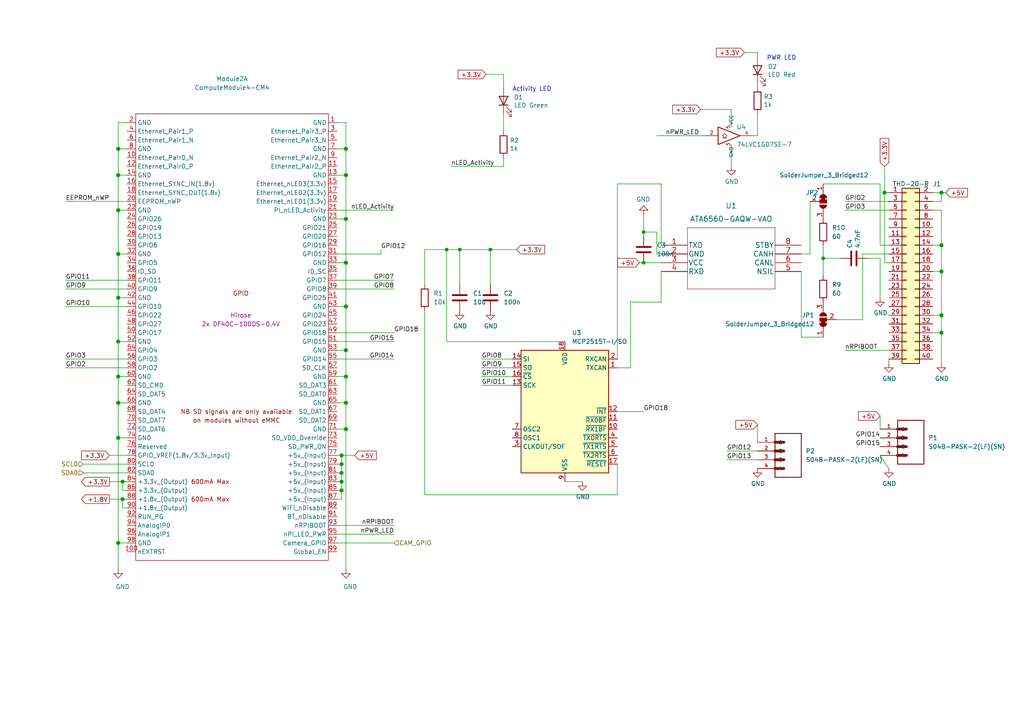
<source format=kicad_sch>
(kicad_sch (version 20211123) (generator eeschema)
  (paper "A4")
  (title_block (title "ColoradoCUBE C&DH") (date "2022-01-27") (rev "v01") (comment 4 "Author: Kate Nechaeva"))
  (lib_symbols
    (symbol "ATA6560-GAQW-VAO:ATA6560-GAQW-VAO" (pin_names (offset 0.254))
      (property "Reference" "U" (at 20.32 10.16 0))
      (property "Value" "ATA6560-GAQW-VAO" (at 20.32 7.62 0))
      (symbol "ATA6560-GAQW-VAO_1_1"
        (polyline (pts (xy 7.62 -12.7) (xy 33.02 -12.7)) (stroke (width 0.127)))
        (polyline (pts (xy 7.62 5.08) (xy 7.62 -12.7)) (stroke (width 0.127)))
        (polyline (pts (xy 33.02 -12.7) (xy 33.02 5.08)) (stroke (width 0.127)))
        (polyline (pts (xy 33.02 5.08) (xy 7.62 5.08)) (stroke (width 0.127)))
        (pin input line (at 0 0 0) (length 7.62) (name "TXD") (number "1"))
        (pin power_in line (at 0 -2.54 0) (length 7.62) (name "GND") (number "2"))
        (pin power_in line (at 0 -5.08 0) (length 7.62) (name "VCC") (number "3"))
        (pin output line (at 0 -7.62 0) (length 7.62) (name "RXD") (number "4"))
        (pin input line (at 40.64 -7.62 180) (length 7.62) (name "NSIL") (number "5"))
        (pin bidirectional line (at 40.64 -5.08 180) (length 7.62) (name "CANL") (number "6"))
        (pin bidirectional line (at 40.64 -2.54 180) (length 7.62) (name "CANH") (number "7"))
        (pin input line (at 40.64 0 180) (length 7.62) (name "STBY") (number "8"))
      )
    )
    (symbol "CM4IO:74LVC1G07_copy"
      (property "Reference" "U" (at -2.54 3.81 0))
      (property "Value" "74LVC1G07_copy" (at 0 -3.81 0))
      (symbol "74LVC1G07_copy_0_1"
        (polyline (pts (xy -2.54 -0.635) (xy -1.27 -0.635)))
        (polyline (pts (xy -3.81 2.54) (xy -3.81 -2.54) (xy 2.54 0) (xy -3.81 2.54)) (stroke (width 0.254)))
        (polyline (pts (xy -1.905 0.635) (xy -2.54 0) (xy -1.905 -0.635) (xy -1.27 0) (xy -1.905 0.635)))
      )
      (symbol "74LVC1G07_copy_1_1"
        (pin input line (at -7.62 0 0) (length 3.81) (name "~") (number "2"))
        (pin power_in line (at 0 -2.54 270) (length 0) (name "GND") (number "3"))
        (pin open_collector line (at 6.35 0 180) (length 3.81) (name "~") (number "4"))
        (pin power_in line (at 0 2.54 90) (length 0) (name "VCC") (number "5"))
      )
    )
    (symbol "CM4IO:ComputeModule4-CM4"
      (property "Reference" "Module" (at 113.03 -68.58 0))
      (property "Value" "ComputeModule4-CM4" (at 140.97 2.54 0))
      (property "Manufacturer" "Hirose" (at 0 0 0))
      (property "MPN" "2x DF40C-100DS-0.4V" (at 0 -2.54 0))
      (property "MPN (Alt)" "2x DF40HC(3.0)-100DS-0.4V" (at 0 0 0))
      (symbol "ComputeModule4-CM4_1_0"
        (text "GPIO" (at 0 6.35 0) (effects (font (size 1.27 1.27))))
      )
      (symbol "ComputeModule4-CM4_1_1"
        (rectangle (start -30.48 -71.12) (end 25.4 58.42))
        (text "600mA Max" (at -8.89 -53.34 0) (effects (font (size 1.27 1.27))))
        (text "600mA Max" (at -8.89 -48.26 0) (effects (font (size 1.27 1.27))))
        (text "NB SD signals are only available" (at -1.27 -27.94 0) (effects (font (size 1.27 1.27))))
        (text "on modules without eMMC" (at -1.27 -30.48 0) (effects (font (size 1.27 1.27))))
        (pin power_in line (at 27.94 55.88 180) (length 2.54) (name "GND") (number "1"))
        (pin passive line (at -33.02 45.72 0) (length 2.54) (name "Ethernet_Pair0_N") (number "10"))
        (pin output line (at -33.02 -68.58 0) (length 2.54) (name "nEXTRST") (number "100"))
        (pin passive line (at 27.94 43.18 180) (length 2.54) (name "Ethernet_Pair2_P") (number "11"))
        (pin passive line (at -33.02 43.18 0) (length 2.54) (name "Ethernet_Pair0_P") (number "12"))
        (pin power_in line (at 27.94 40.64 180) (length 2.54) (name "GND") (number "13"))
        (pin power_in line (at -33.02 40.64 0) (length 2.54) (name "GND") (number "14"))
        (pin output line (at 27.94 38.1 180) (length 2.54) (name "Ethernet_nLED3(3.3v)") (number "15"))
        (pin input line (at -33.02 38.1 0) (length 2.54) (name "Ethernet_SYNC_IN(1.8v)") (number "16"))
        (pin output line (at 27.94 35.56 180) (length 2.54) (name "Ethernet_nLED2(3.3v)") (number "17"))
        (pin input line (at -33.02 35.56 0) (length 2.54) (name "Ethernet_SYNC_OUT(1.8v)") (number "18"))
        (pin output line (at 27.94 33.02 180) (length 2.54) (name "Ethernet_nLED1(3.3v)") (number "19"))
        (pin power_in line (at -33.02 55.88 0) (length 2.54) (name "GND") (number "2"))
        (pin passive line (at -33.02 33.02 0) (length 2.54) (name "EEPROM_nWP") (number "20"))
        (pin open_collector line (at 27.94 30.48 180) (length 2.54) (name "PI_nLED_Activity") (number "21"))
        (pin power_in line (at -33.02 30.48 0) (length 2.54) (name "GND") (number "22"))
        (pin power_in line (at 27.94 27.94 180) (length 2.54) (name "GND") (number "23"))
        (pin passive line (at -33.02 27.94 0) (length 2.54) (name "GPIO26") (number "24"))
        (pin passive line (at 27.94 25.4 180) (length 2.54) (name "GPIO21") (number "25"))
        (pin passive line (at -33.02 25.4 0) (length 2.54) (name "GPIO19") (number "26"))
        (pin passive line (at 27.94 22.86 180) (length 2.54) (name "GPIO20") (number "27"))
        (pin passive line (at -33.02 22.86 0) (length 2.54) (name "GPIO13") (number "28"))
        (pin passive line (at 27.94 20.32 180) (length 2.54) (name "GPIO16") (number "29"))
        (pin passive line (at 27.94 53.34 180) (length 2.54) (name "Ethernet_Pair3_P") (number "3"))
        (pin passive line (at -33.02 20.32 0) (length 2.54) (name "GPIO6") (number "30"))
        (pin passive line (at 27.94 17.78 180) (length 2.54) (name "GPIO12") (number "31"))
        (pin power_in line (at -33.02 17.78 0) (length 2.54) (name "GND") (number "32"))
        (pin power_in line (at 27.94 15.24 180) (length 2.54) (name "GND") (number "33"))
        (pin passive line (at -33.02 15.24 0) (length 2.54) (name "GPIO5") (number "34"))
        (pin passive line (at 27.94 12.7 180) (length 2.54) (name "ID_SC") (number "35"))
        (pin passive line (at -33.02 12.7 0) (length 2.54) (name "ID_SD") (number "36"))
        (pin passive line (at 27.94 10.16 180) (length 2.54) (name "GPIO7") (number "37"))
        (pin passive line (at -33.02 10.16 0) (length 2.54) (name "GPIO11") (number "38"))
        (pin passive line (at 27.94 7.62 180) (length 2.54) (name "GPIO8") (number "39"))
        (pin passive line (at -33.02 53.34 0) (length 2.54) (name "Ethernet_Pair1_P") (number "4"))
        (pin passive line (at -33.02 7.62 0) (length 2.54) (name "GPIO9") (number "40"))
        (pin passive line (at 27.94 5.08 180) (length 2.54) (name "GPIO25") (number "41"))
        (pin power_in line (at -33.02 5.08 0) (length 2.54) (name "GND") (number "42"))
        (pin power_in line (at 27.94 2.54 180) (length 2.54) (name "GND") (number "43"))
        (pin passive line (at -33.02 2.54 0) (length 2.54) (name "GPIO10") (number "44"))
        (pin passive line (at 27.94 0 180) (length 2.54) (name "GPIO24") (number "45"))
        (pin passive line (at -33.02 0 0) (length 2.54) (name "GPIO22") (number "46"))
        (pin passive line (at 27.94 -2.54 180) (length 2.54) (name "GPIO23") (number "47"))
        (pin passive line (at -33.02 -2.54 0) (length 2.54) (name "GPIO27") (number "48"))
        (pin passive line (at 27.94 -5.08 180) (length 2.54) (name "GPIO18") (number "49"))
        (pin passive line (at 27.94 50.8 180) (length 2.54) (name "Ethernet_Pair3_N") (number "5"))
        (pin passive line (at -33.02 -5.08 0) (length 2.54) (name "GPIO17") (number "50"))
        (pin passive line (at 27.94 -7.62 180) (length 2.54) (name "GPIO15") (number "51"))
        (pin power_in line (at -33.02 -7.62 0) (length 2.54) (name "GND") (number "52"))
        (pin power_in line (at 27.94 -10.16 180) (length 2.54) (name "GND") (number "53"))
        (pin passive line (at -33.02 -10.16 0) (length 2.54) (name "GPIO4") (number "54"))
        (pin passive line (at 27.94 -12.7 180) (length 2.54) (name "GPIO14") (number "55"))
        (pin passive line (at -33.02 -12.7 0) (length 2.54) (name "GPIO3") (number "56"))
        (pin passive line (at 27.94 -15.24 180) (length 2.54) (name "SD_CLK") (number "57"))
        (pin passive line (at -33.02 -15.24 0) (length 2.54) (name "GPIO2") (number "58"))
        (pin power_in line (at 27.94 -17.78 180) (length 2.54) (name "GND") (number "59"))
        (pin passive line (at -33.02 50.8 0) (length 2.54) (name "Ethernet_Pair1_N") (number "6"))
        (pin power_in line (at -33.02 -17.78 0) (length 2.54) (name "GND") (number "60"))
        (pin passive line (at 27.94 -20.32 180) (length 2.54) (name "SD_DAT3") (number "61"))
        (pin passive line (at -33.02 -20.32 0) (length 2.54) (name "SD_CMD") (number "62"))
        (pin passive line (at 27.94 -22.86 180) (length 2.54) (name "SD_DAT0") (number "63"))
        (pin passive line (at -33.02 -22.86 0) (length 2.54) (name "SD_DAT5") (number "64"))
        (pin power_in line (at 27.94 -25.4 180) (length 2.54) (name "GND") (number "65"))
        (pin power_in line (at -33.02 -25.4 0) (length 2.54) (name "GND") (number "66"))
        (pin passive line (at 27.94 -27.94 180) (length 2.54) (name "SD_DAT1") (number "67"))
        (pin passive line (at -33.02 -27.94 0) (length 2.54) (name "SD_DAT4") (number "68"))
        (pin passive line (at 27.94 -30.48 180) (length 2.54) (name "SD_DAT2") (number "69"))
        (pin power_in line (at 27.94 48.26 180) (length 2.54) (name "GND") (number "7"))
        (pin passive line (at -33.02 -30.48 0) (length 2.54) (name "SD_DAT7") (number "70"))
        (pin power_in line (at 27.94 -33.02 180) (length 2.54) (name "GND") (number "71"))
        (pin passive line (at -33.02 -33.02 0) (length 2.54) (name "SD_DAT6") (number "72"))
        (pin input line (at 27.94 -35.56 180) (length 2.54) (name "SD_VDD_Override") (number "73"))
        (pin power_in line (at -33.02 -35.56 0) (length 2.54) (name "GND") (number "74"))
        (pin output line (at 27.94 -38.1 180) (length 2.54) (name "SD_PWR_ON") (number "75"))
        (pin passive line (at -33.02 -38.1 0) (length 2.54) (name "Reserved") (number "76"))
        (pin power_in line (at 27.94 -40.64 180) (length 2.54) (name "+5v_(Input)") (number "77"))
        (pin power_in line (at -33.02 -40.64 0) (length 2.54) (name "GPIO_VREF(1.8v/3.3v_Input)") (number "78"))
        (pin power_in line (at 27.94 -43.18 180) (length 2.54) (name "+5v_(Input)") (number "79"))
        (pin power_in line (at -33.02 48.26 0) (length 2.54) (name "GND") (number "8"))
        (pin passive line (at -33.02 -43.18 0) (length 2.54) (name "SCL0") (number "80"))
        (pin power_in line (at 27.94 -45.72 180) (length 2.54) (name "+5v_(Input)") (number "81"))
        (pin passive line (at -33.02 -45.72 0) (length 2.54) (name "SDA0") (number "82"))
        (pin power_in line (at 27.94 -48.26 180) (length 2.54) (name "+5v_(Input)") (number "83"))
        (pin power_out line (at -33.02 -48.26 0) (length 2.54) (name "+3.3v_(Output)") (number "84"))
        (pin power_in line (at 27.94 -50.8 180) (length 2.54) (name "+5v_(Input)") (number "85"))
        (pin power_out line (at -33.02 -50.8 0) (length 2.54) (name "+3.3v_(Output)") (number "86"))
        (pin power_in line (at 27.94 -53.34 180) (length 2.54) (name "+5v_(Input)") (number "87"))
        (pin power_out line (at -33.02 -53.34 0) (length 2.54) (name "+1.8v_(Output)") (number "88"))
        (pin power_in line (at 27.94 -55.88 180) (length 2.54) (name "WiFi_nDisable") (number "89"))
        (pin passive line (at 27.94 45.72 180) (length 2.54) (name "Ethernet_Pair2_N") (number "9"))
        (pin power_out line (at -33.02 -55.88 0) (length 2.54) (name "+1.8v_(Output)") (number "90"))
        (pin power_in line (at 27.94 -58.42 180) (length 2.54) (name "BT_nDisable") (number "91"))
        (pin passive line (at -33.02 -58.42 0) (length 2.54) (name "RUN_PG") (number "92"))
        (pin input line (at 27.94 -60.96 180) (length 2.54) (name "nRPIBOOT") (number "93"))
        (pin passive line (at -33.02 -60.96 0) (length 2.54) (name "AnalogIP0") (number "94"))
        (pin output line (at 27.94 -63.5 180) (length 2.54) (name "nPI_LED_PWR") (number "95"))
        (pin passive line (at -33.02 -63.5 0) (length 2.54) (name "AnalogIP1") (number "96"))
        (pin passive line (at 27.94 -66.04 180) (length 2.54) (name "Camera_GPIO") (number "97"))
        (pin power_in line (at -33.02 -66.04 0) (length 2.54) (name "GND") (number "98"))
        (pin input line (at 27.94 -68.58 180) (length 2.54) (name "Global_EN") (number "99"))
      )
      (symbol "ComputeModule4-CM4_2_1"
        (rectangle (start 114.3 -66.04) (end 165.1 63.5))
        (text "High Speed Serial" (at 140.97 0 0) (effects (font (size 1.27 1.27))))
        (pin input line (at 170.18 60.96 180) (length 5.08) (name "USB_OTG_ID") (number "101"))
        (pin input line (at 109.22 60.96 0) (length 5.08) (name "PCIe_CLK_nREQ") (number "102"))
        (pin passive line (at 170.18 58.42 180) (length 5.08) (name "USB2_N") (number "103"))
        (pin passive line (at 109.22 58.42 0) (length 5.08) (name "Reserved") (number "104"))
        (pin passive line (at 170.18 55.88 180) (length 5.08) (name "USB2_P") (number "105"))
        (pin passive line (at 109.22 55.88 0) (length 5.08) (name "Reserved") (number "106"))
        (pin power_in line (at 170.18 53.34 180) (length 5.08) (name "GND") (number "107"))
        (pin power_in line (at 109.22 53.34 0) (length 5.08) (name "GND") (number "108"))
        (pin bidirectional line (at 170.18 50.8 180) (length 5.08) (name "PCIe_nRST") (number "109"))
        (pin output line (at 109.22 50.8 0) (length 5.08) (name "PCIe_CLK_P") (number "110"))
        (pin passive line (at 170.18 48.26 180) (length 5.08) (name "VDAC_COMP") (number "111"))
        (pin output line (at 109.22 48.26 0) (length 5.08) (name "PCIe_CLK_N") (number "112"))
        (pin power_in line (at 170.18 45.72 180) (length 5.08) (name "GND") (number "113"))
        (pin power_in line (at 109.22 45.72 0) (length 5.08) (name "GND") (number "114"))
        (pin input line (at 170.18 43.18 180) (length 5.08) (name "CAM1_D0_N") (number "115"))
        (pin input line (at 109.22 43.18 0) (length 5.08) (name "PCIe_RX_P") (number "116"))
        (pin input line (at 170.18 40.64 180) (length 5.08) (name "CAM1_D0_P") (number "117"))
        (pin input line (at 109.22 40.64 0) (length 5.08) (name "PCIe_RX_N") (number "118"))
        (pin power_in line (at 170.18 38.1 180) (length 5.08) (name "GND") (number "119"))
        (pin power_in line (at 109.22 38.1 0) (length 5.08) (name "GND") (number "120"))
        (pin input line (at 170.18 35.56 180) (length 5.08) (name "CAM1_D1_N") (number "121"))
        (pin output line (at 109.22 35.56 0) (length 5.08) (name "PCIe_TX_P") (number "122"))
        (pin input line (at 170.18 33.02 180) (length 5.08) (name "CAM1_D1_P") (number "123"))
        (pin output line (at 109.22 33.02 0) (length 5.08) (name "PCIe_TX_N") (number "124"))
        (pin power_in line (at 170.18 30.48 180) (length 5.08) (name "GND") (number "125"))
        (pin power_in line (at 109.22 30.48 0) (length 5.08) (name "GND") (number "126"))
        (pin input line (at 170.18 27.94 180) (length 5.08) (name "CAM1_C_N") (number "127"))
        (pin input line (at 109.22 27.94 0) (length 5.08) (name "CAM0_D0_N") (number "128"))
        (pin input line (at 170.18 25.4 180) (length 5.08) (name "CAM1_C_P") (number "129"))
        (pin input line (at 109.22 25.4 0) (length 5.08) (name "CAM0_D0_P") (number "130"))
        (pin power_in line (at 170.18 22.86 180) (length 5.08) (name "GND") (number "131"))
        (pin power_in line (at 109.22 22.86 0) (length 5.08) (name "GND") (number "132"))
        (pin input line (at 170.18 20.32 180) (length 5.08) (name "CAM1_D2_N") (number "133"))
        (pin input line (at 109.22 20.32 0) (length 5.08) (name "CAM0_D1_N") (number "134"))
        (pin input line (at 170.18 17.78 180) (length 5.08) (name "CAM1_D2_P") (number "135"))
        (pin input line (at 109.22 17.78 0) (length 5.08) (name "CAM0_D1_P") (number "136"))
        (pin power_in line (at 170.18 15.24 180) (length 5.08) (name "GND") (number "137"))
        (pin power_in line (at 109.22 15.24 0) (length 5.08) (name "GND") (number "138"))
        (pin input line (at 170.18 12.7 180) (length 5.08) (name "CAM1_D3_N") (number "139"))
        (pin input line (at 109.22 12.7 0) (length 5.08) (name "CAM0_C_N") (number "140"))
        (pin input line (at 170.18 10.16 180) (length 5.08) (name "CAM1_D3_P") (number "141"))
        (pin input line (at 109.22 10.16 0) (length 5.08) (name "CAM0_C_P") (number "142"))
        (pin input line (at 170.18 7.62 180) (length 5.08) (name "HDMI1_HOTPLUG") (number "143"))
        (pin power_in line (at 109.22 7.62 0) (length 5.08) (name "GND") (number "144"))
        (pin bidirectional line (at 170.18 5.08 180) (length 5.08) (name "HDMI1_SDA") (number "145"))
        (pin output line (at 109.22 5.08 0) (length 5.08) (name "HDMI1_TX2_P") (number "146"))
        (pin open_collector line (at 170.18 2.54 180) (length 5.08) (name "HDMI1_SCL") (number "147"))
        (pin output line (at 109.22 2.54 0) (length 5.08) (name "HDMI1_TX2_N") (number "148"))
        (pin open_collector line (at 170.18 0 180) (length 5.08) (name "HDMI1_CEC") (number "149"))
        (pin power_in line (at 109.22 0 0) (length 5.08) (name "GND") (number "150"))
        (pin open_collector line (at 170.18 -2.54 180) (length 5.08) (name "HDMI0_CEC") (number "151"))
        (pin output line (at 109.22 -2.54 0) (length 5.08) (name "HDMI1_TX1_P") (number "152"))
        (pin input line (at 170.18 -5.08 180) (length 5.08) (name "HDMI0_HOTPLUG") (number "153"))
        (pin output line (at 109.22 -5.08 0) (length 5.08) (name "HDMI1_TX1_N") (number "154"))
        (pin power_in line (at 170.18 -7.62 180) (length 5.08) (name "GND") (number "155"))
        (pin power_in line (at 109.22 -7.62 0) (length 5.08) (name "GND") (number "156"))
        (pin output line (at 170.18 -10.16 180) (length 5.08) (name "DSI0_D0_N") (number "157"))
        (pin output line (at 109.22 -10.16 0) (length 5.08) (name "HDMI1_TX0_P") (number "158"))
        (pin output line (at 170.18 -12.7 180) (length 5.08) (name "DSI0_D0_P") (number "159"))
        (pin output line (at 109.22 -12.7 0) (length 5.08) (name "HDMI1_TX0_N") (number "160"))
        (pin power_in line (at 170.18 -15.24 180) (length 5.08) (name "GND") (number "161"))
        (pin power_in line (at 109.22 -15.24 0) (length 5.08) (name "GND") (number "162"))
        (pin output line (at 170.18 -17.78 180) (length 5.08) (name "DSI0_D1_N") (number "163"))
        (pin output line (at 109.22 -17.78 0) (length 5.08) (name "HDMI1_CLK_P") (number "164"))
        (pin output line (at 170.18 -20.32 180) (length 5.08) (name "DSI0_D1_P") (number "165"))
        (pin output line (at 109.22 -20.32 0) (length 5.08) (name "HDMI1_CLK_N") (number "166"))
        (pin power_in line (at 170.18 -22.86 180) (length 5.08) (name "GND") (number "167"))
        (pin power_in line (at 109.22 -22.86 0) (length 5.08) (name "GND") (number "168"))
        (pin output line (at 170.18 -25.4 180) (length 5.08) (name "DSI0_C_N") (number "169"))
        (pin output line (at 109.22 -25.4 0) (length 5.08) (name "HDMI0_TX2_P") (number "170"))
        (pin output line (at 170.18 -27.94 180) (length 5.08) (name "DSI0_C_P") (number "171"))
        (pin output line (at 109.22 -27.94 0) (length 5.08) (name "HDMI0_TX2_N") (number "172"))
        (pin power_in line (at 170.18 -30.48 180) (length 5.08) (name "GND") (number "173"))
        (pin power_in line (at 109.22 -30.48 0) (length 5.08) (name "GND") (number "174"))
        (pin output line (at 170.18 -33.02 180) (length 5.08) (name "DSI1_D0_N") (number "175"))
        (pin output line (at 109.22 -33.02 0) (length 5.08) (name "HDMI0_TX1_P") (number "176"))
        (pin output line (at 170.18 -35.56 180) (length 5.08) (name "DSI1_D0_P") (number "177"))
        (pin output line (at 109.22 -35.56 0) (length 5.08) (name "HDMI0_TX1_N") (number "178"))
        (pin power_in line (at 170.18 -38.1 180) (length 5.08) (name "GND") (number "179"))
        (pin power_in line (at 109.22 -38.1 0) (length 5.08) (name "GND") (number "180"))
        (pin output line (at 170.18 -40.64 180) (length 5.08) (name "DSI1_D1_N") (number "181"))
        (pin output line (at 109.22 -40.64 0) (length 5.08) (name "HDMI0_TX0_P") (number "182"))
        (pin output line (at 170.18 -43.18 180) (length 5.08) (name "DSI1_D1_P") (number "183"))
        (pin output line (at 109.22 -43.18 0) (length 5.08) (name "HDMI0_TX0_N") (number "184"))
        (pin power_in line (at 170.18 -45.72 180) (length 5.08) (name "GND") (number "185"))
        (pin power_in line (at 109.22 -45.72 0) (length 5.08) (name "GND") (number "186"))
        (pin output line (at 170.18 -48.26 180) (length 5.08) (name "DSI1_C_N") (number "187"))
        (pin output line (at 109.22 -48.26 0) (length 5.08) (name "HDMI0_CLK_P") (number "188"))
        (pin output line (at 170.18 -50.8 180) (length 5.08) (name "DSI1_C_P") (number "189"))
        (pin output line (at 109.22 -50.8 0) (length 5.08) (name "HDMI0_CLK_N") (number "190"))
        (pin power_in line (at 170.18 -53.34 180) (length 5.08) (name "GND") (number "191"))
        (pin power_in line (at 109.22 -53.34 0) (length 5.08) (name "GND") (number "192"))
        (pin output line (at 170.18 -55.88 180) (length 5.08) (name "DSI1_D2_N") (number "193"))
        (pin output line (at 109.22 -55.88 0) (length 5.08) (name "DSI1_D3_N") (number "194"))
        (pin output line (at 170.18 -58.42 180) (length 5.08) (name "DSI1_D2_P") (number "195"))
        (pin output line (at 109.22 -58.42 0) (length 5.08) (name "DSI1_D3_P") (number "196"))
        (pin power_in line (at 170.18 -60.96 180) (length 5.08) (name "GND") (number "197"))
        (pin power_in line (at 109.22 -60.96 0) (length 5.08) (name "GND") (number "198"))
        (pin bidirectional line (at 170.18 -63.5 180) (length 5.08) (name "HDMI0_SDA") (number "199"))
        (pin open_collector line (at 109.22 -63.5 0) (length 5.08) (name "HDMI0_SCL") (number "200"))
      )
    )
    (symbol "Connector_Generic:Conn_02x20_Odd_Even" (pin_names hide)
      (property "Reference" "J" (at 1.27 25.4 0))
      (property "Value" "Conn_02x20_Odd_Even" (at 1.27 -27.94 0))
      (symbol "Conn_02x20_Odd_Even_1_1"
        (rectangle (start -1.27 -25.273) (end 0 -25.527))
        (rectangle (start -1.27 -22.733) (end 0 -22.987))
        (rectangle (start -1.27 -20.193) (end 0 -20.447))
        (rectangle (start -1.27 -17.653) (end 0 -17.907))
        (rectangle (start -1.27 -15.113) (end 0 -15.367))
        (rectangle (start -1.27 -12.573) (end 0 -12.827))
        (rectangle (start -1.27 -10.033) (end 0 -10.287))
        (rectangle (start -1.27 -7.493) (end 0 -7.747))
        (rectangle (start -1.27 -4.953) (end 0 -5.207))
        (rectangle (start -1.27 -2.413) (end 0 -2.667))
        (rectangle (start -1.27 0.127) (end 0 -0.127))
        (rectangle (start -1.27 2.667) (end 0 2.413))
        (rectangle (start -1.27 5.207) (end 0 4.953))
        (rectangle (start -1.27 7.747) (end 0 7.493))
        (rectangle (start -1.27 10.287) (end 0 10.033))
        (rectangle (start -1.27 12.827) (end 0 12.573))
        (rectangle (start -1.27 15.367) (end 0 15.113))
        (rectangle (start -1.27 17.907) (end 0 17.653))
        (rectangle (start -1.27 20.447) (end 0 20.193))
        (rectangle (start -1.27 22.987) (end 0 22.733))
        (rectangle (start -1.27 24.13) (end 3.81 -26.67) (stroke (width 0.254)) (fill (type background)))
        (rectangle (start 3.81 -25.273) (end 2.54 -25.527))
        (rectangle (start 3.81 -22.733) (end 2.54 -22.987))
        (rectangle (start 3.81 -20.193) (end 2.54 -20.447))
        (rectangle (start 3.81 -17.653) (end 2.54 -17.907))
        (rectangle (start 3.81 -15.113) (end 2.54 -15.367))
        (rectangle (start 3.81 -12.573) (end 2.54 -12.827))
        (rectangle (start 3.81 -10.033) (end 2.54 -10.287))
        (rectangle (start 3.81 -7.493) (end 2.54 -7.747))
        (rectangle (start 3.81 -4.953) (end 2.54 -5.207))
        (rectangle (start 3.81 -2.413) (end 2.54 -2.667))
        (rectangle (start 3.81 0.127) (end 2.54 -0.127))
        (rectangle (start 3.81 2.667) (end 2.54 2.413))
        (rectangle (start 3.81 5.207) (end 2.54 4.953))
        (rectangle (start 3.81 7.747) (end 2.54 7.493))
        (rectangle (start 3.81 10.287) (end 2.54 10.033))
        (rectangle (start 3.81 12.827) (end 2.54 12.573))
        (rectangle (start 3.81 15.367) (end 2.54 15.113))
        (rectangle (start 3.81 17.907) (end 2.54 17.653))
        (rectangle (start 3.81 20.447) (end 2.54 20.193))
        (rectangle (start 3.81 22.987) (end 2.54 22.733))
        (pin passive line (at -5.08 22.86 0) (length 3.81) (name "Pin_1") (number "1"))
        (pin passive line (at 7.62 12.7 180) (length 3.81) (name "Pin_10") (number "10"))
        (pin passive line (at -5.08 10.16 0) (length 3.81) (name "Pin_11") (number "11"))
        (pin passive line (at 7.62 10.16 180) (length 3.81) (name "Pin_12") (number "12"))
        (pin passive line (at -5.08 7.62 0) (length 3.81) (name "Pin_13") (number "13"))
        (pin passive line (at 7.62 7.62 180) (length 3.81) (name "Pin_14") (number "14"))
        (pin passive line (at -5.08 5.08 0) (length 3.81) (name "Pin_15") (number "15"))
        (pin passive line (at 7.62 5.08 180) (length 3.81) (name "Pin_16") (number "16"))
        (pin passive line (at -5.08 2.54 0) (length 3.81) (name "Pin_17") (number "17"))
        (pin passive line (at 7.62 2.54 180) (length 3.81) (name "Pin_18") (number "18"))
        (pin passive line (at -5.08 0 0) (length 3.81) (name "Pin_19") (number "19"))
        (pin passive line (at 7.62 22.86 180) (length 3.81) (name "Pin_2") (number "2"))
        (pin passive line (at 7.62 0 180) (length 3.81) (name "Pin_20") (number "20"))
        (pin passive line (at -5.08 -2.54 0) (length 3.81) (name "Pin_21") (number "21"))
        (pin passive line (at 7.62 -2.54 180) (length 3.81) (name "Pin_22") (number "22"))
        (pin passive line (at -5.08 -5.08 0) (length 3.81) (name "Pin_23") (number "23"))
        (pin passive line (at 7.62 -5.08 180) (length 3.81) (name "Pin_24") (number "24"))
        (pin passive line (at -5.08 -7.62 0) (length 3.81) (name "Pin_25") (number "25"))
        (pin passive line (at 7.62 -7.62 180) (length 3.81) (name "Pin_26") (number "26"))
        (pin passive line (at -5.08 -10.16 0) (length 3.81) (name "Pin_27") (number "27"))
        (pin passive line (at 7.62 -10.16 180) (length 3.81) (name "Pin_28") (number "28"))
        (pin passive line (at -5.08 -12.7 0) (length 3.81) (name "Pin_29") (number "29"))
        (pin passive line (at -5.08 20.32 0) (length 3.81) (name "Pin_3") (number "3"))
        (pin passive line (at 7.62 -12.7 180) (length 3.81) (name "Pin_30") (number "30"))
        (pin passive line (at -5.08 -15.24 0) (length 3.81) (name "Pin_31") (number "31"))
        (pin passive line (at 7.62 -15.24 180) (length 3.81) (name "Pin_32") (number "32"))
        (pin passive line (at -5.08 -17.78 0) (length 3.81) (name "Pin_33") (number "33"))
        (pin passive line (at 7.62 -17.78 180) (length 3.81) (name "Pin_34") (number "34"))
        (pin passive line (at -5.08 -20.32 0) (length 3.81) (name "Pin_35") (number "35"))
        (pin passive line (at 7.62 -20.32 180) (length 3.81) (name "Pin_36") (number "36"))
        (pin passive line (at -5.08 -22.86 0) (length 3.81) (name "Pin_37") (number "37"))
        (pin passive line (at 7.62 -22.86 180) (length 3.81) (name "Pin_38") (number "38"))
        (pin passive line (at -5.08 -25.4 0) (length 3.81) (name "Pin_39") (number "39"))
        (pin passive line (at 7.62 20.32 180) (length 3.81) (name "Pin_4") (number "4"))
        (pin passive line (at 7.62 -25.4 180) (length 3.81) (name "Pin_40") (number "40"))
        (pin passive line (at -5.08 17.78 0) (length 3.81) (name "Pin_5") (number "5"))
        (pin passive line (at 7.62 17.78 180) (length 3.81) (name "Pin_6") (number "6"))
        (pin passive line (at -5.08 15.24 0) (length 3.81) (name "Pin_7") (number "7"))
        (pin passive line (at 7.62 15.24 180) (length 3.81) (name "Pin_8") (number "8"))
        (pin passive line (at -5.08 12.7 0) (length 3.81) (name "Pin_9") (number "9"))
      )
    )
    (symbol "Device:C" (pin_numbers hide) (pin_names (offset 0.254))
      (property "Reference" "C" (at 0.635 2.54 0))
      (property "Value" "C" (at 0.635 -2.54 0))
      (symbol "C_0_1"
        (polyline (pts (xy -2.032 -0.762) (xy 2.032 -0.762)) (stroke (width 0.508)))
        (polyline (pts (xy -2.032 0.762) (xy 2.032 0.762)) (stroke (width 0.508)))
      )
      (symbol "C_1_1"
        (pin passive line (at 0 3.81 270) (length 2.794) (name "~") (number "1"))
        (pin passive line (at 0 -3.81 90) (length 2.794) (name "~") (number "2"))
      )
    )
    (symbol "Device:LED" (pin_numbers hide) (pin_names (offset 1.016) hide)
      (property "Reference" "D" (at 0 2.54 0))
      (property "Value" "LED" (at 0 -2.54 0))
      (symbol "LED_0_1"
        (polyline (pts (xy -1.27 -1.27) (xy -1.27 1.27)) (stroke (width 0.254)))
        (polyline (pts (xy -1.27 0) (xy 1.27 0)))
        (polyline (pts (xy 1.27 -1.27) (xy 1.27 1.27) (xy -1.27 0) (xy 1.27 -1.27)) (stroke (width 0.254)))
        (polyline (pts (xy -3.048 -0.762) (xy -4.572 -2.286) (xy -3.81 -2.286) (xy -4.572 -2.286) (xy -4.572 -1.524)))
        (polyline (pts (xy -1.778 -0.762) (xy -3.302 -2.286) (xy -2.54 -2.286) (xy -3.302 -2.286) (xy -3.302 -1.524)))
      )
      (symbol "LED_1_1"
        (pin passive line (at -3.81 0 0) (length 2.54) (name "K") (number "1"))
        (pin passive line (at 3.81 0 180) (length 2.54) (name "A") (number "2"))
      )
    )
    (symbol "Device:R" (pin_numbers hide) (pin_names (offset 0))
      (property "Reference" "R" (at 2.032 0 90))
      (property "Value" "R" (at 0 0 90))
      (symbol "R_0_1"
        (rectangle (start -1.016 -2.54) (end 1.016 2.54) (stroke (width 0.254)))
      )
      (symbol "R_1_1"
        (pin passive line (at 0 3.81 270) (length 1.27) (name "~") (number "1"))
        (pin passive line (at 0 -3.81 90) (length 1.27) (name "~") (number "2"))
      )
    )
    (symbol "Interface_CAN_LIN:MCP2515-xSO"
      (property "Reference" "U" (at -10.16 19.685 0))
      (property "Value" "MCP2515-xSO" (at 19.05 20.32 0))
      (symbol "MCP2515-xSO_0_1"
        (rectangle (start -12.7 17.78) (end 12.7 -17.78) (stroke (width 0.254)) (fill (type background)))
      )
      (symbol "MCP2515-xSO_1_1"
        (pin output line (at 15.24 12.7 180) (length 2.54) (name "TXCAN") (number "1"))
        (pin output line (at 15.24 -5.08 180) (length 2.54) (name "~{RX1BF}") (number "10"))
        (pin output line (at 15.24 -2.54 180) (length 2.54) (name "~{RX0BF}") (number "11"))
        (pin output line (at 15.24 0 180) (length 2.54) (name "~{INT}") (number "12"))
        (pin input line (at -15.24 7.62 0) (length 2.54) (name "SCK") (number "13"))
        (pin input line (at -15.24 15.24 0) (length 2.54) (name "SI") (number "14"))
        (pin output line (at -15.24 12.7 0) (length 2.54) (name "SO") (number "15"))
        (pin input line (at -15.24 10.16 0) (length 2.54) (name "~{CS}") (number "16"))
        (pin input line (at 15.24 -15.24 180) (length 2.54) (name "~{RESET}") (number "17"))
        (pin power_in line (at 0 20.32 270) (length 2.54) (name "VDD") (number "18"))
        (pin input line (at 15.24 15.24 180) (length 2.54) (name "RXCAN") (number "2"))
        (pin output line (at -15.24 -10.16 0) (length 2.54) (name "CLKOUT/SOF") (number "3"))
        (pin input line (at 15.24 -7.62 180) (length 2.54) (name "~{TX0RTS}") (number "4"))
        (pin input line (at 15.24 -10.16 180) (length 2.54) (name "~{TX1RTS}") (number "5"))
        (pin input line (at 15.24 -12.7 180) (length 2.54) (name "~{TX2RTS}") (number "6"))
        (pin output line (at -15.24 -5.08 0) (length 2.54) (name "OSC2") (number "7"))
        (pin input line (at -15.24 -7.62 0) (length 2.54) (name "OSC1") (number "8"))
        (pin power_in line (at 0 -20.32 90) (length 2.54) (name "VSS") (number "9"))
      )
    )
    (symbol "Jumper:SolderJumper_3_Bridged12" (pin_names (offset 0) hide)
      (property "Reference" "JP" (at -2.54 -2.54 0))
      (property "Value" "SolderJumper_3_Bridged12" (at 0 2.794 0))
      (symbol "SolderJumper_3_Bridged12_0_1"
        (rectangle (start -1.016 0.508) (end -0.508 -0.508) (fill (type outline)))
        (arc (start -1.016 1.016) (mid -2.032 0) (end -1.016 -1.016))
        (arc (start -1.016 1.016) (mid -2.032 0) (end -1.016 -1.016) (fill (type outline)))
        (rectangle (start -0.508 1.016) (end 0.508 -1.016) (fill (type outline)))
        (polyline (pts (xy -2.54 0) (xy -2.032 0)))
        (polyline (pts (xy -1.016 1.016) (xy -1.016 -1.016)))
        (polyline (pts (xy 0 -1.27) (xy 0 -1.016)))
        (polyline (pts (xy 1.016 1.016) (xy 1.016 -1.016)))
        (polyline (pts (xy 2.54 0) (xy 2.032 0)))
        (arc (start 1.016 -1.016) (mid 2.032 0) (end 1.016 1.016))
        (arc (start 1.016 -1.016) (mid 2.032 0) (end 1.016 1.016) (fill (type outline)))
      )
      (symbol "SolderJumper_3_Bridged12_1_1"
        (pin passive line (at -5.08 0 0) (length 2.54) (name "A") (number "1"))
        (pin input line (at 0 -3.81 90) (length 2.54) (name "C") (number "2"))
        (pin passive line (at 5.08 0 180) (length 2.54) (name "B") (number "3"))
      )
    )
    (symbol "S04B-PASK-2_LF__SN_:S04B-PASK-2(LF)(SN)" (pin_names (offset 1.016))
      (property "Reference" "P" (at 0 6.35 0))
      (property "Value" "S04B-PASK-2(LF)(SN)" (at 0 -7.62 0))
      (symbol "S04B-PASK-2(LF)(SN)_0_0"
        (polyline (pts (xy 0 -6.35) (xy 7.62 -6.35)) (stroke (width 0.254)))
        (polyline (pts (xy 0 -3.81) (xy 2.54 -3.81)) (stroke (width 0.8128)))
        (polyline (pts (xy 0 -1.27) (xy 2.54 -1.27)) (stroke (width 0.8128)))
        (polyline (pts (xy 0 1.27) (xy 2.54 1.27)) (stroke (width 0.8128)))
        (polyline (pts (xy 0 3.81) (xy 2.54 3.81)) (stroke (width 0.8128)))
        (polyline (pts (xy 0 6.35) (xy 0 -6.35)) (stroke (width 0.254)))
        (polyline (pts (xy 7.62 -6.35) (xy 7.62 6.35)) (stroke (width 0.254)))
        (polyline (pts (xy 7.62 6.35) (xy 0 6.35)) (stroke (width 0.254)))
        (pin passive line (at -5.08 3.81 0) (length 5.08) (name "1") (number "1"))
        (pin passive line (at -5.08 1.27 0) (length 5.08) (name "2") (number "2"))
        (pin passive line (at -5.08 -1.27 0) (length 5.08) (name "3") (number "3"))
        (pin passive line (at -5.08 -3.81 0) (length 5.08) (name "4") (number "4"))
      )
    )
    (symbol "power:GND" (power) (pin_names (offset 0))
      (property "Value" "GND" (at 0 -3.81 0))
      (symbol "GND_0_1"
        (polyline (pts (xy 0 0) (xy 0 -1.27) (xy 1.27 -1.27) (xy 0 -2.54) (xy -1.27 -1.27) (xy 0 -1.27)))
      )
      (symbol "GND_1_1"
        (pin power_in line (at 0 0 270) (length 0) hide (name "GND") (number "1"))
      )
    )
  )
  (junction (at 100.33 50.8) (diameter 1.016))
  (junction (at 100.33 63.5) (diameter 1.016))
  (junction (at 256.54 55.88) (diameter 1.016))
  (junction (at 186.69 67.31))
  (junction (at 100.33 88.9) (diameter 1.016))
  (junction (at 34.29 116.84) (diameter 1.016))
  (junction (at 273.05 55.88) (diameter 1.016))
  (junction (at 34.29 86.36) (diameter 1.016))
  (junction (at 34.29 43.18) (diameter 1.016))
  (junction (at 34.29 50.8) (diameter 1.016))
  (junction (at 129.54 72.39))
  (junction (at 273.05 71.12) (diameter 1.016))
  (junction (at 34.29 60.96) (diameter 1.016))
  (junction (at 34.29 99.06) (diameter 1.016))
  (junction (at 34.29 157.48) (diameter 1.016))
  (junction (at 100.33 76.2) (diameter 1.016))
  (junction (at 186.69 76.2))
  (junction (at 99.06 142.24) (diameter 1.016))
  (junction (at 273.05 96.52) (diameter 1.016))
  (junction (at 35.56 144.78) (diameter 1.016))
  (junction (at 142.24 72.39))
  (junction (at 34.29 109.22) (diameter 1.016))
  (junction (at 100.33 124.46) (diameter 1.016))
  (junction (at 99.06 132.08) (diameter 1.016))
  (junction (at 273.05 91.44) (diameter 1.016))
  (junction (at 238.76 74.93))
  (junction (at 273.05 78.74) (diameter 1.016))
  (junction (at 100.33 43.18) (diameter 1.016))
  (junction (at 34.29 73.66) (diameter 1.016))
  (junction (at 100.33 116.84) (diameter 1.016))
  (junction (at 35.56 139.7) (diameter 1.016))
  (junction (at 133.35 72.39))
  (junction (at 34.29 127) (diameter 1.016))
  (junction (at 99.06 134.62) (diameter 1.016))
  (junction (at 99.06 137.16) (diameter 1.016))
  (junction (at 100.33 101.6) (diameter 1.016))
  (junction (at 99.06 139.7) (diameter 1.016))
  (junction (at 100.33 109.22) (diameter 1.016))
  (wire (pts (xy 34.29 35.56) (xy 34.29 43.18)))
  (wire (pts (xy 212.09 36.83) (xy 212.09 31.75)))
  (wire (pts (xy 123.19 90.17) (xy 123.19 143.51)))
  (wire (pts (xy 270.51 91.44) (xy 273.05 91.44)))
  (wire (pts (xy 34.29 99.06) (xy 36.83 99.06)))
  (wire (pts (xy 97.79 96.52) (xy 114.3 96.52)))
  (wire (pts (xy 219.71 39.37) (xy 218.44 39.37)))
  (wire (pts (xy 97.79 101.6) (xy 100.33 101.6)))
  (wire (pts (xy 100.33 124.46) (xy 100.33 165.1)))
  (wire (pts (xy 257.81 135.89) (xy 255.27 132.08)))
  (wire (pts (xy 133.35 72.39) (xy 133.35 82.55)))
  (wire (pts (xy 34.29 99.06) (xy 34.29 109.22)))
  (wire (pts (xy 191.77 73.66) (xy 190.5 73.66)))
  (wire (pts (xy 97.79 83.82) (xy 114.3 83.82)))
  (wire (pts (xy 97.79 81.28) (xy 114.3 81.28)))
  (wire (pts (xy 232.41 97.79) (xy 238.76 97.79)))
  (wire (pts (xy 219.71 33.02) (xy 219.71 39.37)))
  (wire (pts (xy 232.41 78.74) (xy 232.41 97.79)))
  (wire (pts (xy 245.11 60.96) (xy 257.81 60.96)))
  (wire (pts (xy 142.24 72.39) (xy 133.35 72.39)))
  (wire (pts (xy 182.88 87.63) (xy 191.77 87.63)))
  (wire (pts (xy 219.71 15.24) (xy 215.9 15.24)))
  (wire (pts (xy 219.71 123.19) (xy 219.71 128.27)))
  (wire (pts (xy 97.79 152.4) (xy 114.3 152.4)))
  (wire (pts (xy 273.05 96.52) (xy 273.05 91.44)))
  (wire (pts (xy 270.51 58.42) (xy 273.05 58.42)))
  (wire (pts (xy 97.79 76.2) (xy 100.33 76.2)))
  (wire (pts (xy 256.54 48.26) (xy 256.54 55.88)))
  (wire (pts (xy 182.88 87.63) (xy 182.88 106.68)))
  (wire (pts (xy 97.79 104.14) (xy 114.3 104.14)))
  (wire (pts (xy 110.49 72.39) (xy 110.49 73.66)))
  (wire (pts (xy 123.19 143.51) (xy 179.07 143.51)))
  (wire (pts (xy 255.27 71.12) (xy 257.81 71.12)))
  (wire (pts (xy 163.83 99.06) (xy 129.54 99.06)))
  (wire (pts (xy 273.05 78.74) (xy 270.51 78.74)))
  (wire (pts (xy 142.24 72.39) (xy 142.24 82.55)))
  (wire (pts (xy 163.83 139.7) (xy 168.91 139.7)))
  (wire (pts (xy 19.05 104.14) (xy 36.83 104.14)))
  (wire (pts (xy 99.06 142.24) (xy 99.06 139.7)))
  (wire (pts (xy 34.29 116.84) (xy 36.83 116.84)))
  (wire (pts (xy 273.05 71.12) (xy 273.05 78.74)))
  (wire (pts (xy 182.88 106.68) (xy 179.07 106.68)))
  (wire (pts (xy 219.71 16.51) (xy 219.71 15.24)))
  (wire (pts (xy 97.79 137.16) (xy 99.06 137.16)))
  (wire (pts (xy 146.05 33.02) (xy 146.05 38.1)))
  (wire (pts (xy 34.29 60.96) (xy 36.83 60.96)))
  (wire (pts (xy 123.19 72.39) (xy 123.19 82.55)))
  (wire (pts (xy 100.33 50.8) (xy 100.33 63.5)))
  (wire (pts (xy 270.51 96.52) (xy 273.05 96.52)))
  (wire (pts (xy 34.29 73.66) (xy 34.29 86.36)))
  (wire (pts (xy 270.51 55.88) (xy 273.05 55.88)))
  (wire (pts (xy 149.86 72.39) (xy 142.24 72.39)))
  (wire (pts (xy 191.77 53.34) (xy 179.07 53.34)))
  (wire (pts (xy 97.79 157.48) (xy 114.3 157.48)))
  (wire (pts (xy 186.69 67.31) (xy 186.69 68.58)))
  (wire (pts (xy 97.79 132.08) (xy 99.06 132.08)))
  (wire (pts (xy 139.7 111.76) (xy 148.59 111.76)))
  (wire (pts (xy 190.5 73.66) (xy 190.5 67.31)))
  (wire (pts (xy 273.05 91.44) (xy 273.05 78.74)))
  (wire (pts (xy 34.29 50.8) (xy 34.29 60.96)))
  (wire (pts (xy 100.33 43.18) (xy 100.33 50.8)))
  (wire (pts (xy 255.27 53.34) (xy 255.27 71.12)))
  (wire (pts (xy 212.09 31.75) (xy 203.2 31.75)))
  (wire (pts (xy 100.33 88.9) (xy 100.33 101.6)))
  (wire (pts (xy 179.07 143.51) (xy 179.07 134.62)))
  (wire (pts (xy 97.79 73.66) (xy 110.49 73.66)))
  (wire (pts (xy 99.06 132.08) (xy 102.87 132.08)))
  (wire (pts (xy 273.05 96.52) (xy 273.05 105.41)))
  (wire (pts (xy 35.56 144.78) (xy 36.83 144.78)))
  (wire (pts (xy 191.77 53.34) (xy 191.77 71.12)))
  (wire (pts (xy 97.79 142.24) (xy 99.06 142.24)))
  (wire (pts (xy 133.35 72.39) (xy 129.54 72.39)))
  (wire (pts (xy 34.29 60.96) (xy 34.29 73.66)))
  (wire (pts (xy 234.95 58.42) (xy 234.95 73.66)))
  (wire (pts (xy 245.11 101.6) (xy 257.81 101.6)))
  (wire (pts (xy 34.29 127) (xy 34.29 157.48)))
  (wire (pts (xy 257.81 55.88) (xy 256.54 55.88)))
  (wire (pts (xy 186.69 76.2) (xy 191.77 76.2)))
  (wire (pts (xy 34.29 127) (xy 36.83 127)))
  (wire (pts (xy 97.79 139.7) (xy 99.06 139.7)))
  (wire (pts (xy 146.05 48.26) (xy 146.05 45.72)))
  (wire (pts (xy 146.05 25.4) (xy 146.05 21.59)))
  (wire (pts (xy 34.29 86.36) (xy 34.29 99.06)))
  (wire (pts (xy 34.29 43.18) (xy 34.29 50.8)))
  (wire (pts (xy 34.29 157.48) (xy 36.83 157.48)))
  (wire (pts (xy 34.29 109.22) (xy 34.29 116.84)))
  (wire (pts (xy 250.19 73.66) (xy 257.81 73.66)))
  (wire (pts (xy 97.79 109.22) (xy 100.33 109.22)))
  (wire (pts (xy 97.79 99.06) (xy 114.3 99.06)))
  (wire (pts (xy 179.07 53.34) (xy 179.07 104.14)))
  (wire (pts (xy 97.79 35.56) (xy 100.33 35.56)))
  (wire (pts (xy 99.06 144.78) (xy 99.06 142.24)))
  (wire (pts (xy 34.29 43.18) (xy 36.83 43.18)))
  (wire (pts (xy 273.05 55.88) (xy 274.32 55.88)))
  (wire (pts (xy 139.7 104.14) (xy 148.59 104.14)))
  (wire (pts (xy 130.81 48.26) (xy 146.05 48.26)))
  (wire (pts (xy 190.5 67.31) (xy 186.69 67.31)))
  (wire (pts (xy 34.29 50.8) (xy 36.83 50.8)))
  (wire (pts (xy 191.77 87.63) (xy 191.77 78.74)))
  (wire (pts (xy 238.76 71.12) (xy 238.76 74.93)))
  (wire (pts (xy 97.79 154.94) (xy 114.3 154.94)))
  (wire (pts (xy 219.71 24.13) (xy 219.71 25.4)))
  (wire (pts (xy 238.76 74.93) (xy 243.84 74.93)))
  (wire (pts (xy 129.54 72.39) (xy 129.54 99.06)))
  (wire (pts (xy 238.76 74.93) (xy 238.76 80.01)))
  (wire (pts (xy 24.13 137.16) (xy 36.83 137.16)))
  (wire (pts (xy 256.54 55.88) (xy 256.54 76.2)))
  (wire (pts (xy 100.33 63.5) (xy 100.33 76.2)))
  (wire (pts (xy 273.05 58.42) (xy 273.05 55.88)))
  (wire (pts (xy 140.97 21.59) (xy 146.05 21.59)))
  (wire (pts (xy 97.79 144.78) (xy 99.06 144.78)))
  (wire (pts (xy 34.29 73.66) (xy 36.83 73.66)))
  (wire (pts (xy 99.06 134.62) (xy 99.06 132.08)))
  (wire (pts (xy 35.56 147.32) (xy 35.56 144.78)))
  (wire (pts (xy 34.29 86.36) (xy 36.83 86.36)))
  (wire (pts (xy 257.81 104.14) (xy 257.81 105.41)))
  (wire (pts (xy 273.05 71.12) (xy 270.51 71.12)))
  (wire (pts (xy 139.7 106.68) (xy 148.59 106.68)))
  (wire (pts (xy 100.33 101.6) (xy 100.33 109.22)))
  (wire (pts (xy 19.05 88.9) (xy 36.83 88.9)))
  (wire (pts (xy 34.29 157.48) (xy 34.29 165.1)))
  (wire (pts (xy 212.09 41.91) (xy 212.09 48.26)))
  (wire (pts (xy 273.05 60.96) (xy 273.05 71.12)))
  (wire (pts (xy 210.82 130.81) (xy 219.71 130.81)))
  (wire (pts (xy 24.13 134.62) (xy 36.83 134.62)))
  (wire (pts (xy 179.07 119.38) (xy 186.69 119.38)))
  (wire (pts (xy 34.29 116.84) (xy 34.29 127)))
  (wire (pts (xy 255.27 74.93) (xy 255.27 86.36)))
  (wire (pts (xy 99.06 139.7) (xy 99.06 137.16)))
  (wire (pts (xy 185.42 76.2) (xy 186.69 76.2)))
  (wire (pts (xy 256.54 76.2) (xy 257.81 76.2)))
  (wire (pts (xy 255.27 74.93) (xy 251.46 74.93)))
  (wire (pts (xy 97.79 88.9) (xy 100.33 88.9)))
  (wire (pts (xy 100.33 76.2) (xy 100.33 88.9)))
  (wire (pts (xy 232.41 73.66) (xy 234.95 73.66)))
  (wire (pts (xy 31.75 139.7) (xy 35.56 139.7)))
  (wire (pts (xy 250.19 92.71) (xy 242.57 92.71)))
  (wire (pts (xy 19.05 83.82) (xy 36.83 83.82)))
  (wire (pts (xy 36.83 147.32) (xy 35.56 147.32)))
  (wire (pts (xy 97.79 60.96) (xy 114.3 60.96)))
  (wire (pts (xy 210.82 133.35) (xy 219.71 133.35)))
  (wire (pts (xy 100.33 35.56) (xy 100.33 43.18)))
  (wire (pts (xy 250.19 73.66) (xy 250.19 92.71)))
  (wire (pts (xy 36.83 142.24) (xy 35.56 142.24)))
  (wire (pts (xy 97.79 50.8) (xy 100.33 50.8)))
  (wire (pts (xy 270.51 60.96) (xy 273.05 60.96)))
  (wire (pts (xy 99.06 137.16) (xy 99.06 134.62)))
  (wire (pts (xy 97.79 63.5) (xy 100.33 63.5)))
  (wire (pts (xy 97.79 134.62) (xy 99.06 134.62)))
  (wire (pts (xy 255.27 120.65) (xy 255.27 124.46)))
  (wire (pts (xy 97.79 43.18) (xy 100.33 43.18)))
  (wire (pts (xy 139.7 109.22) (xy 148.59 109.22)))
  (wire (pts (xy 245.11 58.42) (xy 257.81 58.42)))
  (wire (pts (xy 97.79 124.46) (xy 100.33 124.46)))
  (wire (pts (xy 31.75 132.08) (xy 36.83 132.08)))
  (wire (pts (xy 129.54 72.39) (xy 123.19 72.39)))
  (wire (pts (xy 100.33 116.84) (xy 100.33 124.46)))
  (wire (pts (xy 19.05 58.42) (xy 36.83 58.42)))
  (wire (pts (xy 19.05 106.68) (xy 36.83 106.68)))
  (wire (pts (xy 97.79 116.84) (xy 100.33 116.84)))
  (wire (pts (xy 190.5 39.37) (xy 204.47 39.37)))
  (wire (pts (xy 35.56 142.24) (xy 35.56 139.7)))
  (wire (pts (xy 35.56 139.7) (xy 36.83 139.7)))
  (wire (pts (xy 238.76 53.34) (xy 255.27 53.34)))
  (wire (pts (xy 19.05 81.28) (xy 36.83 81.28)))
  (wire (pts (xy 100.33 109.22) (xy 100.33 116.84)))
  (wire (pts (xy 34.29 109.22) (xy 36.83 109.22)))
  (wire (pts (xy 36.83 35.56) (xy 34.29 35.56)))
  (wire (pts (xy 186.69 62.23) (xy 186.69 67.31)))
  (wire (pts (xy 31.75 144.78) (xy 35.56 144.78)))
  (text "PWR LED" (at 222.377 17.653 0) (effects (font (size 1.27 1.27)) (justify left bottom)))
  (text "Activity LED" (at 148.59 26.67 0) (effects (font (size 1.27 1.27)) (justify left bottom)))
  (label "GPIO15" (at 114.3 99.06 180))
  (label "GPIO3" (at 19.05 104.14 0))
  (label "GPIO10" (at 19.05 88.9 0))
  (label "GPIO3" (at 245.11 60.96 0))
  (label "nLED_Activity" (at 114.3 60.96 180))
  (label "GPIO2" (at 19.05 106.68 0))
  (label "GPIO13" (at 210.82 133.35 0))
  (label "GPIO2" (at 245.11 58.42 0))
  (label "EEPROM_nWP" (at 19.05 58.42 0))
  (label "nRPIBOOT" (at 245.11 101.6 0))
  (label "nPWR_LED" (at 193.04 39.37 0))
  (label "GPIO8" (at 114.3 83.82 180))
  (label "nRPIBOOT" (at 114.3 152.4 180))
  (label "GPIO14" (at 255.27 127 180))
  (label "GPIO7" (at 114.3 81.28 180))
  (label "GPIO18" (at 186.69 119.38 0))
  (label "GPIO8" (at 139.7 104.14 0))
  (label "GPIO15" (at 255.27 129.54 180))
  (label "GPIO11" (at 139.7 111.76 0))
  (label "GPIO12" (at 110.49 72.39 0))
  (label "GPIO11" (at 19.05 81.28 0))
  (label "GPIO10" (at 139.7 109.22 0))
  (label "GPIO12" (at 210.82 130.81 0))
  (label "GPIO14" (at 114.3 104.14 180))
  (label "GPIO9" (at 139.7 106.68 0))
  (label "GPIO9" (at 19.05 83.82 0))
  (label "nLED_Activity" (at 130.81 48.26 0))
  (label "GPIO18" (at 114.3 96.52 0))
  (label "nPWR_LED" (at 114.3 154.94 180))
  (global_label "+3.3V" (shape input) (at 140.97 21.59 180) (property "Intersheet References" "${INTERSHEET_REFS}" (effects hide)))
  (global_label "+3.3V" (shape input) (at 149.86 72.39 0) (property "Intersheet References" "${INTERSHEET_REFS}" (effects hide)))
  (global_label "+5V" (shape input) (at 219.71 123.19 180) (property "Intersheet References" "${INTERSHEET_REFS}" (effects hide)))
  (global_label "+5V" (shape input) (at 274.32 55.88 0) (property "Intersheet References" "${INTERSHEET_REFS}" (effects hide)))
  (global_label "+5V" (shape input) (at 255.27 120.65 180) (property "Intersheet References" "${INTERSHEET_REFS}" (effects hide)))
  (global_label "+1.8V" (shape output) (at 31.75 144.78 180) (property "Intersheet References" "${INTERSHEET_REFS}" (effects hide)))
  (global_label "+3.3V" (shape input) (at 31.75 132.08 180) (property "Intersheet References" "${INTERSHEET_REFS}" (effects hide)))
  (global_label "+3.3V" (shape input) (at 256.54 48.26 90) (property "Intersheet References" "${INTERSHEET_REFS}" (effects hide)))
  (global_label "+5V" (shape input) (at 102.87 132.08 0) (property "Intersheet References" "${INTERSHEET_REFS}" (effects hide)))
  (global_label "+3.3V" (shape output) (at 31.75 139.7 180) (property "Intersheet References" "${INTERSHEET_REFS}" (effects hide)))
  (global_label "+3.3V" (shape input) (at 215.9 15.24 180) (property "Intersheet References" "${INTERSHEET_REFS}" (effects hide)))
  (global_label "+5V" (shape input) (at 185.42 76.2 180) (property "Intersheet References" "${INTERSHEET_REFS}" (effects hide)))
  (global_label "+3.3V" (shape input) (at 203.2 31.75 180) (property "Intersheet References" "${INTERSHEET_REFS}" (effects hide)))
  (hierarchical_label "SDA0" (shape input) (at 24.13 137.16 180))
  (hierarchical_label "SCL0" (shape input) (at 24.13 134.62 180))
  (hierarchical_label "CAM_GPIO" (shape input) (at 114.3 157.48 0))
  (symbol (lib_id "Interface_CAN_LIN:MCP2515-xSO") (at 163.83 119.38 0) (unit 1)
    (property "Reference" "U3" (at 165.8494 96.52 0) (effects (justify left)))
    (property "Value" "MCP2515T-I/SO" (at 165.8494 99.06 0) (effects (justify left)))
    (property "Footprint" "Package_SO:SOIC-18W_7.5x11.6mm_P1.27mm" (effects hide))
    (property "Datasheet" "http://ww1.microchip.com/downloads/en/DeviceDoc/21801e.pdf" (effects hide))
  )
  (symbol (lib_id "CM4IO:74LVC1G07_copy") (at 212.09 39.37 0) (unit 1)
    (property "Reference" "U4" (at 213.614 36.83 0) (effects (justify left)))
    (property "Value" "74LVC1G07SE-7" (at 213.614 41.91 0) (effects (justify left)))
    (property "Footprint" "Package_TO_SOT_SMD:SOT-353_SC-70-5" (effects hide))
    (property "Datasheet" "http://www.ti.com/lit/sg/scyt129e/scyt129e.pdf" (effects hide))
    (property "Part Description" "Buffer, Non-Inverting 1 Element 1 Bit per Element Open Drain Output SOT-353" (effects hide))
    (property "Manufacturer" "Diodes Incorporated" (effects hide))
    (property "MPN" "74LVC1G07SE-7" (effects hide))
    (property "Digi-Key_PN" "74LVC1G07SE-7DICT-ND" (effects hide))
  )
  (symbol (lib_id "Device:LED") (at 219.71 20.32 90) (unit 1)
    (property "Reference" "D2" (at 222.6818 19.3294 90) (effects (justify right)))
    (property "Value" "LED Red" (at 222.6818 21.6408 90) (effects (justify right)))
    (property "Footprint" "LED_SMD:LED_0603_1608Metric" (effects hide))
    (property "Part Description" "	Red 620nm LED Indication - Discrete 2.2V 2-SMD, No Lead" (effects hide))
    (property "Manufacturer" "Lite-On Inc." (effects hide))
    (property "MPN" "LTST-S270KRKT" (effects hide))
    (property "Digi-Key_PN" "160-1479-1-ND" (effects hide))
  )
  (symbol (lib_id "power:GND") (at 257.81 135.89 0) (unit 1)
    (property "Reference" "#PWR0116" (effects hide))
    (property "Value" "GND" (at 257.937 140.2842 0))
  )
  (symbol (lib_id "Device:R") (at 238.76 83.82 0) (unit 1)
    (property "Reference" "R9" (at 241.3 82.5499 0) (effects (justify left)))
    (property "Value" "60" (at 241.3 85.0899 0) (effects (justify left)))
    (property "Footprint" "Resistor_SMD:R_0603_1608Metric" (effects hide))
  )
  (symbol (lib_id "power:GND") (at 186.69 62.23 180) (unit 1)
    (property "Reference" "#PWR0103" (effects hide))
    (property "Value" "GND" (at 186.563 57.8358 0))
  )
  (symbol (lib_id "Device:C") (at 142.24 86.36 0) (unit 1)
    (property "Reference" "C2" (at 146.05 85.0899 0) (effects (justify left)))
    (property "Value" "100n" (at 146.05 87.6299 0) (effects (justify left)))
    (property "Footprint" "Capacitor_SMD:C_0603_1608Metric" (effects hide))
  )
  (symbol (lib_id "power:GND") (at 273.05 105.41 0) (unit 1)
    (property "Reference" "#PWR0107" (effects hide))
    (property "Value" "GND" (at 273.177 109.8042 0))
  )
  (symbol (lib_id "power:GND") (at 168.91 139.7 0) (unit 1)
    (property "Reference" "#PWR0108" (effects hide))
    (property "Value" "GND" (at 169.037 144.0942 0))
  )
  (symbol (lib_id "ATA6560-GAQW-VAO:ATA6560-GAQW-VAO") (at 191.77 71.12 0) (unit 1)
    (property "Reference" "U1" (at 212.09 59.69 0) (effects (font (size 1.524 1.524))))
    (property "Value" "ATA6560-GAQW-VAO" (at 212.09 63.5 0) (effects (font (size 1.524 1.524))))
    (property "Footprint" "SOIC18-W_MC_MCH" (effects hide))
  )
  (symbol (lib_id "power:GND") (at 142.24 90.17 0) (unit 1)
    (property "Reference" "#PWR0110" (effects hide))
    (property "Value" "GND" (at 142.367 94.5642 0))
  )
  (symbol (lib_id "power:GND") (at 212.09 48.26 0) (unit 1)
    (property "Reference" "#PWR0105" (effects hide))
    (property "Value" "GND" (at 212.217 52.6542 0))
  )
  (symbol (lib_id "S04B-PASK-2_LF__SN_:S04B-PASK-2(LF)(SN)") (at 260.35 128.27 0) (unit 1)
    (property "Reference" "P1" (at 269.24 126.9999 0) (effects (justify left)))
    (property "Value" "S04B-PASK-2(LF)(SN)" (at 269.24 129.5399 0) (effects (justify left)))
    (property "Footprint" "S04B-PASK-2_LF__SN_:JST_S04B-PASK-2(LF)(SN)" (effects hide))
    (property "MANUFACTURER" "JST" (effects hide))
  )
  (symbol (lib_id "power:GND") (at 219.71 135.89 0) (unit 1)
    (property "Reference" "#PWR0117" (effects hide))
    (property "Value" "GND" (at 219.837 140.2842 0))
  )
  (symbol (lib_id "Jumper:SolderJumper_3_Bridged12") (at 238.76 58.42 270) (unit 1)
    (property "Reference" "JP2" (at 233.68 55.88 90) (effects (justify left)))
    (property "Value" "SolderJumper_3_Bridged12" (at 226.06 50.8 90) (effects (justify left)))
    (property "Footprint" "Jumper:SolderJumper-3_P1.3mm_Bridged2Bar12_RoundedPad1.0x1.5mm" (effects hide))
  )
  (symbol (lib_id "Device:C") (at 186.69 72.39 180) (unit 1)
    (property "Reference" "C3" (at 190.5 71.1199 0) (effects (justify right)))
    (property "Value" "100n" (at 190.5 73.6599 0) (effects (justify right)))
    (property "Footprint" "Capacitor_SMD:C_0603_1608Metric" (effects hide))
  )
  (symbol (lib_id "Connector_Generic:Conn_02x20_Odd_Even") (at 262.89 78.74 0) (unit 1)
    (property "Reference" "J1" (at 271.78 53.34 0))
    (property "Value" "THD-20-R" (at 264.16 53.34 0))
    (property "Footprint" "Connector_PinHeader_2.54mm:PinHeader_2x20_P2.54mm_Vertical" (effects hide))
    (property "Part Description" "PinHeader_2x20_P2.54mm_Vertical" (effects hide))
  )
  (symbol (lib_id "Device:R") (at 123.19 86.36 0) (unit 1)
    (property "Reference" "R1" (at 125.73 85.0899 0) (effects (justify left)))
    (property "Value" "10k" (at 125.73 87.6299 0) (effects (justify left)))
    (property "Footprint" "Resistor_SMD:R_0603_1608Metric" (effects hide))
  )
  (symbol (lib_id "power:GND") (at 100.33 165.1 0) (unit 1)
    (property "Reference" "#PWR0101" (effects hide))
    (property "Value" "GND" (at 101.6 170.18 0))
  )
  (symbol (lib_id "CM4IO:ComputeModule4-CM4") (at 69.85 91.44 0) (unit 1)
    (property "Reference" "Module2" (at 67.31 22.86 0))
    (property "Value" "ComputeModule4-CM4" (at 67.31 25.4 0))
    (property "Footprint" "CM4IO:Raspberry-Pi-4-Compute-Module" (effects hide))
    (property "Manufacturer" "Hirose" (at 69.85 91.44 0))
    (property "MPN" "2x DF40C-100DS-0.4V" (at 69.85 93.98 0))
    (property "Digi-Key_PN" "2x H11615CT-ND" (effects hide))
    (property "Digi-Key_PN (Alt)" "2x H124602CT-ND" (effects hide))
  )
  (symbol (lib_id "Device:R") (at 146.05 41.91 0) (unit 1)
    (property "Reference" "R2" (at 147.828 40.7416 0) (effects (justify left)))
    (property "Value" "1k" (at 147.828 43.053 0) (effects (justify left)))
    (property "Footprint" "Resistor_SMD:R_0603_1608Metric_Pad0.98x0.95mm_HandSolder" (effects hide))
    (property "Manufacturer" "Yageo" (effects hide))
    (property "MPN" "RC0603FR-071KL" (effects hide))
    (property "Digi-Key_PN" "311-1.00KHRCT-ND" (effects hide))
  )
  (symbol (lib_id "Device:C") (at 247.65 74.93 90) (unit 1)
    (property "Reference" "C4" (at 246.4816 72.009 0) (effects (justify left)))
    (property "Value" "4.7nF" (at 248.793 72.009 0) (effects (justify left)))
    (property "Footprint" "Capacitor_SMD:C_0603_1608Metric" (effects hide))
    (property "Voltage" "25V" (effects hide))
    (property "Mfr. #" "CL10B104KA8NNNC" (effects hide))
    (property "Order" "https://www.digikey.com/product-detail/en/samsung-electro-mechanics/CL10B104KA8NNNC/1276-1006-1-ND/3889092" (effects hide))
  )
  (symbol (lib_id "Device:R") (at 219.71 29.21 0) (unit 1)
    (property "Reference" "R3" (at 221.488 28.0416 0) (effects (justify left)))
    (property "Value" "1k" (at 221.488 30.353 0) (effects (justify left)))
    (property "Footprint" "Resistor_SMD:R_0603_1608Metric_Pad0.98x0.95mm_HandSolder" (effects hide))
    (property "Manufacturer" "Yageo" (effects hide))
    (property "MPN" "RC0603FR-071KL" (effects hide))
    (property "Digi-Key_PN" "311-1.00KHRCT-ND" (effects hide))
  )
  (symbol (lib_id "Device:LED") (at 146.05 29.21 90) (unit 1)
    (property "Reference" "D1" (at 149.0218 28.2194 90) (effects (justify right)))
    (property "Value" "LED Green" (at 149.0218 30.5308 90) (effects (justify right)))
    (property "Footprint" "LED_SMD:LED_0603_1608Metric" (effects hide))
    (property "Part Description" "	Green 572nm LED Indication - Discrete 2.2V 2-SMD, No Lead" (effects hide))
    (property "Manufacturer" "Lite-On Inc." (effects hide))
    (property "MPN" "LTST-S270KGKT" (effects hide))
    (property "Digi-Key_PN" "160-1478-1-ND" (effects hide))
  )
  (symbol (lib_id "power:GND") (at 257.81 105.41 0) (unit 1)
    (property "Reference" "#PWR0106" (effects hide))
    (property "Value" "GND" (at 257.937 109.8042 0))
  )
  (symbol (lib_id "Device:R") (at 238.76 67.31 0) (unit 1)
    (property "Reference" "R10" (at 241.3 66.0399 0) (effects (justify left)))
    (property "Value" "60" (at 241.3 68.5799 0) (effects (justify left)))
    (property "Footprint" "Resistor_SMD:R_0603_1608Metric" (effects hide))
  )
  (symbol (lib_id "power:GND") (at 34.29 165.1 0) (unit 1)
    (property "Reference" "#PWR0102" (effects hide))
    (property "Value" "GND" (at 35.56 170.18 0))
  )
  (symbol (lib_id "Device:C") (at 133.35 86.36 0) (unit 1)
    (property "Reference" "C1" (at 137.16 85.0899 0) (effects (justify left)))
    (property "Value" "10u" (at 137.16 87.6299 0) (effects (justify left)))
    (property "Footprint" "Capacitor_SMD:C_0603_1608Metric" (effects hide))
  )
  (symbol (lib_id "S04B-PASK-2_LF__SN_:S04B-PASK-2(LF)(SN)") (at 224.79 132.08 0) (unit 1)
    (property "Reference" "P2" (at 233.68 130.8099 0) (effects (justify left)))
    (property "Value" "S04B-PASK-2(LF)(SN)" (at 233.68 133.3499 0) (effects (justify left)))
    (property "Footprint" "S04B-PASK-2_LF__SN_:JST_S04B-PASK-2(LF)(SN)" (effects hide))
    (property "MANUFACTURER" "JST" (effects hide))
  )
  (symbol (lib_id "power:GND") (at 255.27 86.36 0) (unit 1)
    (property "Reference" "#PWR0119" (effects hide))
    (property "Value" "GND" (at 255.397 90.7542 0))
  )
  (symbol (lib_id "power:GND") (at 133.35 90.17 0) (unit 1)
    (property "Reference" "#PWR0104" (effects hide))
    (property "Value" "GND" (at 133.477 94.5642 0))
  )
  (symbol (lib_id "Jumper:SolderJumper_3_Bridged12") (at 238.76 92.71 90) (unit 1)
    (property "Reference" "JP1" (at 236.22 91.4399 90) (effects (justify left)))
    (property "Value" "SolderJumper_3_Bridged12" (at 236.22 93.9799 90) (effects (justify left)))
    (property "Footprint" "Jumper:SolderJumper-3_P1.3mm_Bridged2Bar12_RoundedPad1.0x1.5mm" (effects hide))
  )
)
</source>
